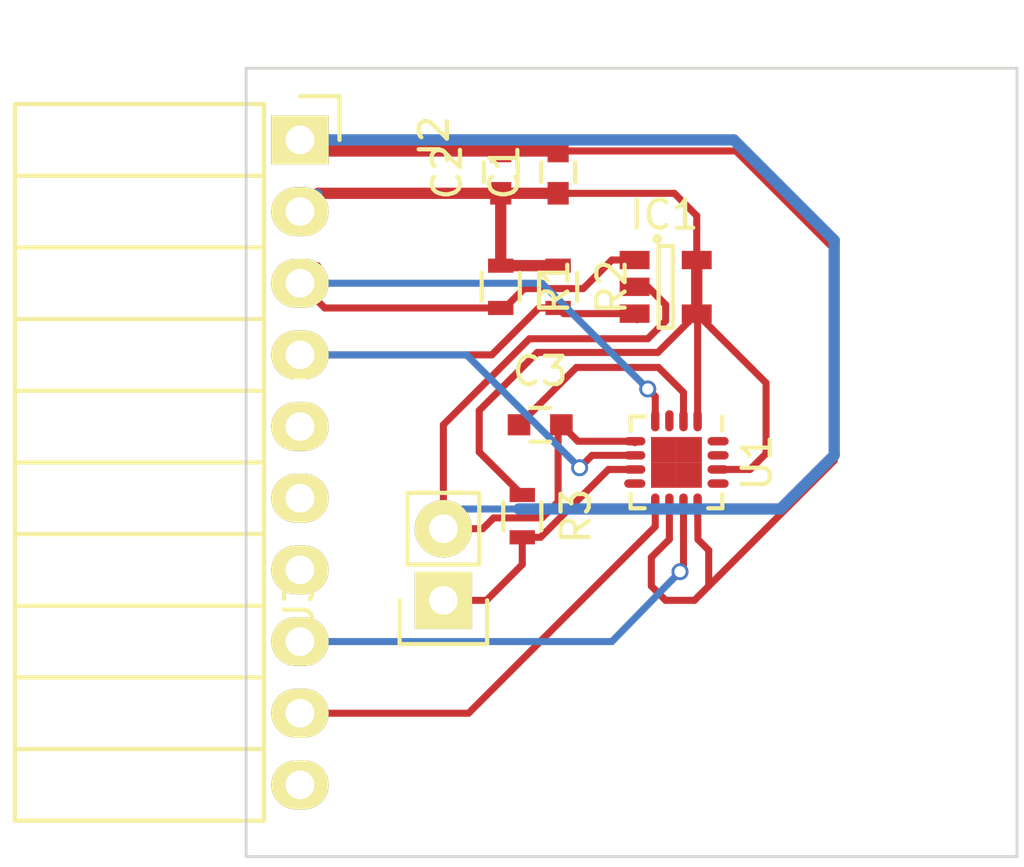
<source format=kicad_pcb>
(kicad_pcb (version 4) (host pcbnew "(2015-04-09 BZR 5589)-product")

  (general
    (links 28)
    (no_connects 0)
    (area 122.504999 90.754999 149.910001 118.795001)
    (thickness 1.6)
    (drawings 4)
    (tracks 114)
    (zones 0)
    (modules 10)
    (nets 9)
  )

  (page A4)
  (layers
    (0 F.Cu signal)
    (31 B.Cu signal)
    (32 B.Adhes user)
    (33 F.Adhes user)
    (34 B.Paste user)
    (35 F.Paste user)
    (36 B.SilkS user)
    (37 F.SilkS user)
    (38 B.Mask user)
    (39 F.Mask user)
    (40 Dwgs.User user)
    (41 Cmts.User user)
    (42 Eco1.User user)
    (43 Eco2.User user)
    (44 Edge.Cuts user)
    (45 Margin user)
    (46 B.CrtYd user)
    (47 F.CrtYd user)
    (48 B.Fab user)
    (49 F.Fab user)
  )

  (setup
    (last_trace_width 0.25)
    (user_trace_width 0.25)
    (trace_clearance 0.2)
    (zone_clearance 0.33)
    (zone_45_only no)
    (trace_min 0.2)
    (segment_width 0.2)
    (edge_width 0.1)
    (via_size 0.6)
    (via_drill 0.4)
    (via_min_size 0.4)
    (via_min_drill 0.3)
    (uvia_size 0.3)
    (uvia_drill 0.1)
    (uvias_allowed no)
    (uvia_min_size 0.2)
    (uvia_min_drill 0.1)
    (pcb_text_width 0.3)
    (pcb_text_size 1.5 1.5)
    (mod_edge_width 0.15)
    (mod_text_size 1 1)
    (mod_text_width 0.15)
    (pad_size 1.5 1.5)
    (pad_drill 0.6)
    (pad_to_mask_clearance 0)
    (aux_axis_origin 0 0)
    (grid_origin 139.954 101.0285)
    (visible_elements FFFFFF5F)
    (pcbplotparams
      (layerselection 0x00030_80000001)
      (usegerberextensions false)
      (excludeedgelayer true)
      (linewidth 0.100000)
      (plotframeref false)
      (viasonmask false)
      (mode 1)
      (useauxorigin false)
      (hpglpennumber 1)
      (hpglpenspeed 20)
      (hpglpendiameter 15)
      (hpglpenoverlay 2)
      (psnegative false)
      (psa4output false)
      (plotreference true)
      (plotvalue true)
      (plotinvisibletext false)
      (padsonsilk false)
      (subtractmaskfromsilk false)
      (outputformat 1)
      (mirror false)
      (drillshape 1)
      (scaleselection 1)
      (outputdirectory ""))
  )

  (net 0 "")
  (net 1 VCC)
  (net 2 GND)
  (net 3 "Net-(C3-Pad1)")
  (net 4 SCL)
  (net 5 SDA)
  (net 6 INT1)
  (net 7 INT2)
  (net 8 "Net-(J3-Pad1)")

  (net_class Default "This is the default net class."
    (clearance 0.2)
    (trace_width 0.25)
    (via_dia 0.6)
    (via_drill 0.4)
    (uvia_dia 0.3)
    (uvia_drill 0.1)
    (add_net INT1)
    (add_net INT2)
    (add_net "Net-(C3-Pad1)")
    (add_net "Net-(J3-Pad1)")
    (add_net SCL)
    (add_net SDA)
  )

  (net_class Power ""
    (clearance 0.2)
    (trace_width 0.4)
    (via_dia 0.6)
    (via_drill 0.4)
    (uvia_dia 0.3)
    (uvia_drill 0.1)
    (add_net GND)
    (add_net VCC)
  )

  (module Capacitors_SMD:C_0603 (layer F.Cu) (tedit 5415D631) (tstamp 55981AB2)
    (at 133.604 94.488 90)
    (descr "Capacitor SMD 0603, reflow soldering, AVX (see smccp.pdf)")
    (tags "capacitor 0603")
    (path /55981513)
    (attr smd)
    (fp_text reference C1 (at 0 -1.9 90) (layer F.SilkS)
      (effects (font (size 1 1) (thickness 0.15)))
    )
    (fp_text value 0.1uF (at 0 1.9 90) (layer F.Fab)
      (effects (font (size 1 1) (thickness 0.15)))
    )
    (fp_line (start -1.45 -0.75) (end 1.45 -0.75) (layer F.CrtYd) (width 0.05))
    (fp_line (start -1.45 0.75) (end 1.45 0.75) (layer F.CrtYd) (width 0.05))
    (fp_line (start -1.45 -0.75) (end -1.45 0.75) (layer F.CrtYd) (width 0.05))
    (fp_line (start 1.45 -0.75) (end 1.45 0.75) (layer F.CrtYd) (width 0.05))
    (fp_line (start -0.35 -0.6) (end 0.35 -0.6) (layer F.SilkS) (width 0.15))
    (fp_line (start 0.35 0.6) (end -0.35 0.6) (layer F.SilkS) (width 0.15))
    (pad 1 smd rect (at -0.75 0 90) (size 0.8 0.75) (layers F.Cu F.Paste F.Mask)
      (net 1 VCC))
    (pad 2 smd rect (at 0.75 0 90) (size 0.8 0.75) (layers F.Cu F.Paste F.Mask)
      (net 2 GND))
    (model Capacitors_SMD.3dshapes/C_0603.wrl
      (at (xyz 0 0 0))
      (scale (xyz 1 1 1))
      (rotate (xyz 0 0 0))
    )
  )

  (module Capacitors_SMD:C_0603 (layer F.Cu) (tedit 5415D631) (tstamp 55981AB8)
    (at 131.572 94.488 90)
    (descr "Capacitor SMD 0603, reflow soldering, AVX (see smccp.pdf)")
    (tags "capacitor 0603")
    (path /5598152F)
    (attr smd)
    (fp_text reference C2 (at 0 -1.9 90) (layer F.SilkS)
      (effects (font (size 1 1) (thickness 0.15)))
    )
    (fp_text value 4.7uF (at 0 1.9 90) (layer F.Fab)
      (effects (font (size 1 1) (thickness 0.15)))
    )
    (fp_line (start -1.45 -0.75) (end 1.45 -0.75) (layer F.CrtYd) (width 0.05))
    (fp_line (start -1.45 0.75) (end 1.45 0.75) (layer F.CrtYd) (width 0.05))
    (fp_line (start -1.45 -0.75) (end -1.45 0.75) (layer F.CrtYd) (width 0.05))
    (fp_line (start 1.45 -0.75) (end 1.45 0.75) (layer F.CrtYd) (width 0.05))
    (fp_line (start -0.35 -0.6) (end 0.35 -0.6) (layer F.SilkS) (width 0.15))
    (fp_line (start 0.35 0.6) (end -0.35 0.6) (layer F.SilkS) (width 0.15))
    (pad 1 smd rect (at -0.75 0 90) (size 0.8 0.75) (layers F.Cu F.Paste F.Mask)
      (net 1 VCC))
    (pad 2 smd rect (at 0.75 0 90) (size 0.8 0.75) (layers F.Cu F.Paste F.Mask)
      (net 2 GND))
    (model Capacitors_SMD.3dshapes/C_0603.wrl
      (at (xyz 0 0 0))
      (scale (xyz 1 1 1))
      (rotate (xyz 0 0 0))
    )
  )

  (module Capacitors_SMD:C_0603 (layer F.Cu) (tedit 5415D631) (tstamp 55981ABE)
    (at 132.969 103.4415)
    (descr "Capacitor SMD 0603, reflow soldering, AVX (see smccp.pdf)")
    (tags "capacitor 0603")
    (path /55981815)
    (attr smd)
    (fp_text reference C3 (at 0 -1.9) (layer F.SilkS)
      (effects (font (size 1 1) (thickness 0.15)))
    )
    (fp_text value 0.1uF (at 0 1.9) (layer F.Fab)
      (effects (font (size 1 1) (thickness 0.15)))
    )
    (fp_line (start -1.45 -0.75) (end 1.45 -0.75) (layer F.CrtYd) (width 0.05))
    (fp_line (start -1.45 0.75) (end 1.45 0.75) (layer F.CrtYd) (width 0.05))
    (fp_line (start -1.45 -0.75) (end -1.45 0.75) (layer F.CrtYd) (width 0.05))
    (fp_line (start 1.45 -0.75) (end 1.45 0.75) (layer F.CrtYd) (width 0.05))
    (fp_line (start -0.35 -0.6) (end 0.35 -0.6) (layer F.SilkS) (width 0.15))
    (fp_line (start 0.35 0.6) (end -0.35 0.6) (layer F.SilkS) (width 0.15))
    (pad 1 smd rect (at -0.75 0) (size 0.8 0.75) (layers F.Cu F.Paste F.Mask)
      (net 3 "Net-(C3-Pad1)"))
    (pad 2 smd rect (at 0.75 0) (size 0.8 0.75) (layers F.Cu F.Paste F.Mask)
      (net 2 GND))
    (model Capacitors_SMD.3dshapes/C_0603.wrl
      (at (xyz 0 0 0))
      (scale (xyz 1 1 1))
      (rotate (xyz 0 0 0))
    )
  )

  (module Socket_Strips:Socket_Strip_Angled_1x10 (layer F.Cu) (tedit 0) (tstamp 55981ACC)
    (at 124.46 93.345 270)
    (descr "Through hole socket strip")
    (tags "socket strip")
    (path /5598218A)
    (fp_text reference J2 (at 0 -4.75 270) (layer F.SilkS)
      (effects (font (size 1 1) (thickness 0.15)))
    )
    (fp_text value CONN_01X10 (at 0 -2.75 270) (layer F.Fab)
      (effects (font (size 1 1) (thickness 0.15)))
    )
    (fp_line (start -1.75 -1.5) (end -1.75 10.6) (layer F.CrtYd) (width 0.05))
    (fp_line (start 24.65 -1.5) (end 24.65 10.6) (layer F.CrtYd) (width 0.05))
    (fp_line (start -1.75 -1.5) (end 24.65 -1.5) (layer F.CrtYd) (width 0.05))
    (fp_line (start -1.75 10.6) (end 24.65 10.6) (layer F.CrtYd) (width 0.05))
    (fp_line (start 16.51 10.1) (end 16.51 1.27) (layer F.SilkS) (width 0.15))
    (fp_line (start 13.97 10.1) (end 16.51 10.1) (layer F.SilkS) (width 0.15))
    (fp_line (start 13.97 1.27) (end 16.51 1.27) (layer F.SilkS) (width 0.15))
    (fp_line (start 16.51 1.27) (end 19.05 1.27) (layer F.SilkS) (width 0.15))
    (fp_line (start 16.51 10.1) (end 19.05 10.1) (layer F.SilkS) (width 0.15))
    (fp_line (start 19.05 10.1) (end 19.05 1.27) (layer F.SilkS) (width 0.15))
    (fp_line (start 21.59 10.1) (end 21.59 1.27) (layer F.SilkS) (width 0.15))
    (fp_line (start 19.05 10.1) (end 21.59 10.1) (layer F.SilkS) (width 0.15))
    (fp_line (start 19.05 1.27) (end 21.59 1.27) (layer F.SilkS) (width 0.15))
    (fp_line (start 21.59 1.27) (end 24.13 1.27) (layer F.SilkS) (width 0.15))
    (fp_line (start 21.59 10.1) (end 24.13 10.1) (layer F.SilkS) (width 0.15))
    (fp_line (start 24.13 10.1) (end 24.13 1.27) (layer F.SilkS) (width 0.15))
    (fp_line (start 13.97 10.1) (end 13.97 1.27) (layer F.SilkS) (width 0.15))
    (fp_line (start 11.43 10.1) (end 13.97 10.1) (layer F.SilkS) (width 0.15))
    (fp_line (start 11.43 1.27) (end 13.97 1.27) (layer F.SilkS) (width 0.15))
    (fp_line (start 8.89 1.27) (end 11.43 1.27) (layer F.SilkS) (width 0.15))
    (fp_line (start 8.89 10.1) (end 11.43 10.1) (layer F.SilkS) (width 0.15))
    (fp_line (start 11.43 10.1) (end 11.43 1.27) (layer F.SilkS) (width 0.15))
    (fp_line (start 8.89 10.1) (end 8.89 1.27) (layer F.SilkS) (width 0.15))
    (fp_line (start 6.35 10.1) (end 8.89 10.1) (layer F.SilkS) (width 0.15))
    (fp_line (start 6.35 1.27) (end 8.89 1.27) (layer F.SilkS) (width 0.15))
    (fp_line (start 3.81 1.27) (end 6.35 1.27) (layer F.SilkS) (width 0.15))
    (fp_line (start 3.81 10.1) (end 6.35 10.1) (layer F.SilkS) (width 0.15))
    (fp_line (start 6.35 10.1) (end 6.35 1.27) (layer F.SilkS) (width 0.15))
    (fp_line (start 3.81 10.1) (end 3.81 1.27) (layer F.SilkS) (width 0.15))
    (fp_line (start 1.27 10.1) (end 3.81 10.1) (layer F.SilkS) (width 0.15))
    (fp_line (start 1.27 1.27) (end 1.27 10.1) (layer F.SilkS) (width 0.15))
    (fp_line (start 1.27 1.27) (end 3.81 1.27) (layer F.SilkS) (width 0.15))
    (fp_line (start -1.27 1.27) (end 1.27 1.27) (layer F.SilkS) (width 0.15))
    (fp_line (start 0 -1.4) (end -1.55 -1.4) (layer F.SilkS) (width 0.15))
    (fp_line (start -1.55 -1.4) (end -1.55 0) (layer F.SilkS) (width 0.15))
    (fp_line (start -1.27 1.27) (end -1.27 10.1) (layer F.SilkS) (width 0.15))
    (fp_line (start -1.27 10.1) (end 1.27 10.1) (layer F.SilkS) (width 0.15))
    (fp_line (start 1.27 10.1) (end 1.27 1.27) (layer F.SilkS) (width 0.15))
    (pad 1 thru_hole rect (at 0 0 270) (size 1.7272 2.032) (drill 1.016) (layers *.Cu *.Mask F.SilkS)
      (net 2 GND))
    (pad 2 thru_hole oval (at 2.54 0 270) (size 1.7272 2.032) (drill 1.016) (layers *.Cu *.Mask F.SilkS)
      (net 1 VCC))
    (pad 3 thru_hole oval (at 5.08 0 270) (size 1.7272 2.032) (drill 1.016) (layers *.Cu *.Mask F.SilkS)
      (net 4 SCL))
    (pad 4 thru_hole oval (at 7.62 0 270) (size 1.7272 2.032) (drill 1.016) (layers *.Cu *.Mask F.SilkS)
      (net 5 SDA))
    (pad 5 thru_hole oval (at 10.16 0 270) (size 1.7272 2.032) (drill 1.016) (layers *.Cu *.Mask F.SilkS))
    (pad 6 thru_hole oval (at 12.7 0 270) (size 1.7272 2.032) (drill 1.016) (layers *.Cu *.Mask F.SilkS))
    (pad 7 thru_hole oval (at 15.24 0 270) (size 1.7272 2.032) (drill 1.016) (layers *.Cu *.Mask F.SilkS))
    (pad 8 thru_hole oval (at 17.78 0 270) (size 1.7272 2.032) (drill 1.016) (layers *.Cu *.Mask F.SilkS)
      (net 6 INT1))
    (pad 9 thru_hole oval (at 20.32 0 270) (size 1.7272 2.032) (drill 1.016) (layers *.Cu *.Mask F.SilkS)
      (net 7 INT2))
    (pad 10 thru_hole oval (at 22.86 0 270) (size 1.7272 2.032) (drill 1.016) (layers *.Cu *.Mask F.SilkS))
    (model Socket_Strips.3dshapes/Socket_Strip_Angled_1x10.wrl
      (at (xyz 0.45 0 0))
      (scale (xyz 1 1 1))
      (rotate (xyz 0 0 180))
    )
  )

  (module Socket_Strips:Socket_Strip_Straight_1x02 (layer F.Cu) (tedit 54E9F75E) (tstamp 55981AD2)
    (at 129.54 109.6645 90)
    (descr "Through hole socket strip")
    (tags "socket strip")
    (path /55981B97)
    (fp_text reference J3 (at 0 -5.1 90) (layer F.SilkS)
      (effects (font (size 1 1) (thickness 0.15)))
    )
    (fp_text value CONN_01X02 (at 0 -3.1 90) (layer F.Fab)
      (effects (font (size 1 1) (thickness 0.15)))
    )
    (fp_line (start -1.55 1.55) (end 0 1.55) (layer F.SilkS) (width 0.15))
    (fp_line (start 3.81 1.27) (end 1.27 1.27) (layer F.SilkS) (width 0.15))
    (fp_line (start -1.75 -1.75) (end -1.75 1.75) (layer F.CrtYd) (width 0.05))
    (fp_line (start 4.3 -1.75) (end 4.3 1.75) (layer F.CrtYd) (width 0.05))
    (fp_line (start -1.75 -1.75) (end 4.3 -1.75) (layer F.CrtYd) (width 0.05))
    (fp_line (start -1.75 1.75) (end 4.3 1.75) (layer F.CrtYd) (width 0.05))
    (fp_line (start 1.27 1.27) (end 1.27 -1.27) (layer F.SilkS) (width 0.15))
    (fp_line (start 0 -1.55) (end -1.55 -1.55) (layer F.SilkS) (width 0.15))
    (fp_line (start -1.55 -1.55) (end -1.55 1.55) (layer F.SilkS) (width 0.15))
    (fp_line (start 1.27 -1.27) (end 3.81 -1.27) (layer F.SilkS) (width 0.15))
    (fp_line (start 3.81 -1.27) (end 3.81 1.27) (layer F.SilkS) (width 0.15))
    (pad 1 thru_hole rect (at 0 0 90) (size 2.032 2.032) (drill 1.016) (layers *.Cu *.Mask F.SilkS)
      (net 8 "Net-(J3-Pad1)"))
    (pad 2 thru_hole oval (at 2.54 0 90) (size 2.032 2.032) (drill 1.016) (layers *.Cu *.Mask F.SilkS)
      (net 2 GND))
    (model Socket_Strips.3dshapes/Socket_Strip_Straight_1x02.wrl
      (at (xyz 0.05 0 0))
      (scale (xyz 1 1 1))
      (rotate (xyz 0 0 180))
    )
  )

  (module Resistors_SMD:R_0603 (layer F.Cu) (tedit 5415CC62) (tstamp 55981AD8)
    (at 131.572 98.552 270)
    (descr "Resistor SMD 0603, reflow soldering, Vishay (see dcrcw.pdf)")
    (tags "resistor 0603")
    (path /55981CE4)
    (attr smd)
    (fp_text reference R1 (at 0 -1.9 270) (layer F.SilkS)
      (effects (font (size 1 1) (thickness 0.15)))
    )
    (fp_text value 10K (at 0 1.9 270) (layer F.Fab)
      (effects (font (size 1 1) (thickness 0.15)))
    )
    (fp_line (start -1.3 -0.8) (end 1.3 -0.8) (layer F.CrtYd) (width 0.05))
    (fp_line (start -1.3 0.8) (end 1.3 0.8) (layer F.CrtYd) (width 0.05))
    (fp_line (start -1.3 -0.8) (end -1.3 0.8) (layer F.CrtYd) (width 0.05))
    (fp_line (start 1.3 -0.8) (end 1.3 0.8) (layer F.CrtYd) (width 0.05))
    (fp_line (start 0.5 0.675) (end -0.5 0.675) (layer F.SilkS) (width 0.15))
    (fp_line (start -0.5 -0.675) (end 0.5 -0.675) (layer F.SilkS) (width 0.15))
    (pad 1 smd rect (at -0.75 0 270) (size 0.5 0.9) (layers F.Cu F.Paste F.Mask)
      (net 1 VCC))
    (pad 2 smd rect (at 0.75 0 270) (size 0.5 0.9) (layers F.Cu F.Paste F.Mask)
      (net 4 SCL))
    (model Resistors_SMD.3dshapes/R_0603.wrl
      (at (xyz 0 0 0))
      (scale (xyz 1 1 1))
      (rotate (xyz 0 0 0))
    )
  )

  (module Resistors_SMD:R_0603 (layer F.Cu) (tedit 5415CC62) (tstamp 55981ADE)
    (at 133.604 98.552 270)
    (descr "Resistor SMD 0603, reflow soldering, Vishay (see dcrcw.pdf)")
    (tags "resistor 0603")
    (path /55981C9B)
    (attr smd)
    (fp_text reference R2 (at 0 -1.9 270) (layer F.SilkS)
      (effects (font (size 1 1) (thickness 0.15)))
    )
    (fp_text value 10K (at 0 1.9 270) (layer F.Fab)
      (effects (font (size 1 1) (thickness 0.15)))
    )
    (fp_line (start -1.3 -0.8) (end 1.3 -0.8) (layer F.CrtYd) (width 0.05))
    (fp_line (start -1.3 0.8) (end 1.3 0.8) (layer F.CrtYd) (width 0.05))
    (fp_line (start -1.3 -0.8) (end -1.3 0.8) (layer F.CrtYd) (width 0.05))
    (fp_line (start 1.3 -0.8) (end 1.3 0.8) (layer F.CrtYd) (width 0.05))
    (fp_line (start 0.5 0.675) (end -0.5 0.675) (layer F.SilkS) (width 0.15))
    (fp_line (start -0.5 -0.675) (end 0.5 -0.675) (layer F.SilkS) (width 0.15))
    (pad 1 smd rect (at -0.75 0 270) (size 0.5 0.9) (layers F.Cu F.Paste F.Mask)
      (net 1 VCC))
    (pad 2 smd rect (at 0.75 0 270) (size 0.5 0.9) (layers F.Cu F.Paste F.Mask)
      (net 5 SDA))
    (model Resistors_SMD.3dshapes/R_0603.wrl
      (at (xyz 0 0 0))
      (scale (xyz 1 1 1))
      (rotate (xyz 0 0 0))
    )
  )

  (module Resistors_SMD:R_0603 (layer F.Cu) (tedit 5415CC62) (tstamp 55981AE4)
    (at 132.334 106.68 270)
    (descr "Resistor SMD 0603, reflow soldering, Vishay (see dcrcw.pdf)")
    (tags "resistor 0603")
    (path /55981CBF)
    (attr smd)
    (fp_text reference R3 (at 0 -1.9 270) (layer F.SilkS)
      (effects (font (size 1 1) (thickness 0.15)))
    )
    (fp_text value 10K (at 0 1.9 270) (layer F.Fab)
      (effects (font (size 1 1) (thickness 0.15)))
    )
    (fp_line (start -1.3 -0.8) (end 1.3 -0.8) (layer F.CrtYd) (width 0.05))
    (fp_line (start -1.3 0.8) (end 1.3 0.8) (layer F.CrtYd) (width 0.05))
    (fp_line (start -1.3 -0.8) (end -1.3 0.8) (layer F.CrtYd) (width 0.05))
    (fp_line (start 1.3 -0.8) (end 1.3 0.8) (layer F.CrtYd) (width 0.05))
    (fp_line (start 0.5 0.675) (end -0.5 0.675) (layer F.SilkS) (width 0.15))
    (fp_line (start -0.5 -0.675) (end 0.5 -0.675) (layer F.SilkS) (width 0.15))
    (pad 1 smd rect (at -0.75 0 270) (size 0.5 0.9) (layers F.Cu F.Paste F.Mask)
      (net 1 VCC))
    (pad 2 smd rect (at 0.75 0 270) (size 0.5 0.9) (layers F.Cu F.Paste F.Mask)
      (net 8 "Net-(J3-Pad1)"))
    (model Resistors_SMD.3dshapes/R_0603.wrl
      (at (xyz 0 0 0))
      (scale (xyz 1 1 1))
      (rotate (xyz 0 0 0))
    )
  )

  (module Housings_DFN_QFN:QFN-16-1EP_3x3mm_Pitch0.5mm (layer F.Cu) (tedit 54130A77) (tstamp 55993317)
    (at 137.795 104.775 270)
    (descr "16-Lead Plastic Quad Flat, No Lead Package (NG) - 3x3x0.9 mm Body [QFN]; (see Microchip Packaging Specification 00000049BS.pdf)")
    (tags "QFN 0.5")
    (path /559816FF)
    (attr smd)
    (fp_text reference U1 (at 0 -2.85 270) (layer F.SilkS)
      (effects (font (size 1 1) (thickness 0.15)))
    )
    (fp_text value MMA8452Q (at 0 2.85 270) (layer F.Fab)
      (effects (font (size 1 1) (thickness 0.15)))
    )
    (fp_line (start -2.1 -2.1) (end -2.1 2.1) (layer F.CrtYd) (width 0.05))
    (fp_line (start 2.1 -2.1) (end 2.1 2.1) (layer F.CrtYd) (width 0.05))
    (fp_line (start -2.1 -2.1) (end 2.1 -2.1) (layer F.CrtYd) (width 0.05))
    (fp_line (start -2.1 2.1) (end 2.1 2.1) (layer F.CrtYd) (width 0.05))
    (fp_line (start 1.625 -1.625) (end 1.625 -1.125) (layer F.SilkS) (width 0.15))
    (fp_line (start -1.625 1.625) (end -1.625 1.125) (layer F.SilkS) (width 0.15))
    (fp_line (start 1.625 1.625) (end 1.625 1.125) (layer F.SilkS) (width 0.15))
    (fp_line (start -1.625 -1.625) (end -1.125 -1.625) (layer F.SilkS) (width 0.15))
    (fp_line (start -1.625 1.625) (end -1.125 1.625) (layer F.SilkS) (width 0.15))
    (fp_line (start 1.625 1.625) (end 1.125 1.625) (layer F.SilkS) (width 0.15))
    (fp_line (start 1.625 -1.625) (end 1.125 -1.625) (layer F.SilkS) (width 0.15))
    (pad 1 smd oval (at -1.475 -0.75 270) (size 0.75 0.3) (layers F.Cu F.Paste F.Mask)
      (net 1 VCC))
    (pad 2 smd oval (at -1.475 -0.25 270) (size 0.75 0.3) (layers F.Cu F.Paste F.Mask)
      (net 3 "Net-(C3-Pad1)"))
    (pad 3 smd oval (at -1.475 0.25 270) (size 0.75 0.3) (layers F.Cu F.Paste F.Mask))
    (pad 4 smd oval (at -1.475 0.75 270) (size 0.75 0.3) (layers F.Cu F.Paste F.Mask)
      (net 4 SCL))
    (pad 5 smd oval (at -0.75 1.475) (size 0.75 0.3) (layers F.Cu F.Paste F.Mask)
      (net 2 GND))
    (pad 6 smd oval (at -0.25 1.475) (size 0.75 0.3) (layers F.Cu F.Paste F.Mask)
      (net 5 SDA))
    (pad 7 smd oval (at 0.25 1.475) (size 0.75 0.3) (layers F.Cu F.Paste F.Mask)
      (net 8 "Net-(J3-Pad1)"))
    (pad 8 smd oval (at 0.75 1.475) (size 0.75 0.3) (layers F.Cu F.Paste F.Mask))
    (pad 9 smd oval (at 1.475 0.75 270) (size 0.75 0.3) (layers F.Cu F.Paste F.Mask)
      (net 7 INT2))
    (pad 10 smd oval (at 1.475 0.25 270) (size 0.75 0.3) (layers F.Cu F.Paste F.Mask)
      (net 2 GND))
    (pad 11 smd oval (at 1.475 -0.25 270) (size 0.75 0.3) (layers F.Cu F.Paste F.Mask)
      (net 6 INT1))
    (pad 12 smd oval (at 1.475 -0.75 270) (size 0.75 0.3) (layers F.Cu F.Paste F.Mask)
      (net 2 GND))
    (pad 13 smd oval (at 0.75 -1.475) (size 0.75 0.3) (layers F.Cu F.Paste F.Mask))
    (pad 14 smd oval (at 0.25 -1.475) (size 0.75 0.3) (layers F.Cu F.Paste F.Mask)
      (net 1 VCC))
    (pad 15 smd oval (at -0.25 -1.475) (size 0.75 0.3) (layers F.Cu F.Paste F.Mask))
    (pad 16 smd oval (at -0.75 -1.475) (size 0.75 0.3) (layers F.Cu F.Paste F.Mask))
    (pad 17 smd rect (at 0.45 0.45 270) (size 0.9 0.9) (layers F.Cu F.Paste F.Mask)
      (solder_paste_margin_ratio -0.2))
    (pad 17 smd rect (at 0.45 -0.45 270) (size 0.9 0.9) (layers F.Cu F.Paste F.Mask)
      (solder_paste_margin_ratio -0.2))
    (pad 17 smd rect (at -0.45 0.45 270) (size 0.9 0.9) (layers F.Cu F.Paste F.Mask)
      (solder_paste_margin_ratio -0.2))
    (pad 17 smd rect (at -0.45 -0.45 270) (size 0.9 0.9) (layers F.Cu F.Paste F.Mask)
      (solder_paste_margin_ratio -0.2))
    (model Housings_DFN_QFN.3dshapes/QFN-16-1EP_3x3mm_Pitch0.5mm.wrl
      (at (xyz 0 0 0))
      (scale (xyz 1 1 1))
      (rotate (xyz 0 0 0))
    )
  )

  (module Housings_SOT-23_SOT-143_TSOT-6:SOT-23-5 (layer F.Cu) (tedit 55360473) (tstamp 55993C8B)
    (at 137.414 98.552)
    (descr "5-pin SOT23 package")
    (tags SOT-23-5)
    (path /55993BB7)
    (attr smd)
    (fp_text reference IC1 (at -0.05 -2.55) (layer F.SilkS)
      (effects (font (size 1 1) (thickness 0.15)))
    )
    (fp_text value AT24CS01-STUM (at -0.05 2.35) (layer F.Fab)
      (effects (font (size 1 1) (thickness 0.15)))
    )
    (fp_line (start -1.8 -1.6) (end 1.8 -1.6) (layer F.CrtYd) (width 0.05))
    (fp_line (start 1.8 -1.6) (end 1.8 1.6) (layer F.CrtYd) (width 0.05))
    (fp_line (start 1.8 1.6) (end -1.8 1.6) (layer F.CrtYd) (width 0.05))
    (fp_line (start -1.8 1.6) (end -1.8 -1.6) (layer F.CrtYd) (width 0.05))
    (fp_circle (center -0.3 -1.7) (end -0.2 -1.7) (layer F.SilkS) (width 0.15))
    (fp_line (start 0.25 -1.45) (end -0.25 -1.45) (layer F.SilkS) (width 0.15))
    (fp_line (start 0.25 1.45) (end 0.25 -1.45) (layer F.SilkS) (width 0.15))
    (fp_line (start -0.25 1.45) (end 0.25 1.45) (layer F.SilkS) (width 0.15))
    (fp_line (start -0.25 -1.45) (end -0.25 1.45) (layer F.SilkS) (width 0.15))
    (pad 1 smd rect (at -1.1 -0.95) (size 1.06 0.65) (layers F.Cu F.Paste F.Mask)
      (net 4 SCL))
    (pad 2 smd rect (at -1.1 0) (size 1.06 0.65) (layers F.Cu F.Paste F.Mask)
      (net 2 GND))
    (pad 3 smd rect (at -1.1 0.95) (size 1.06 0.65) (layers F.Cu F.Paste F.Mask)
      (net 5 SDA))
    (pad 4 smd rect (at 1.1 0.95) (size 1.06 0.65) (layers F.Cu F.Paste F.Mask)
      (net 1 VCC))
    (pad 5 smd rect (at 1.1 -0.95) (size 1.06 0.65) (layers F.Cu F.Paste F.Mask)
      (net 1 VCC))
    (model Housings_SOT-23_SOT-143_TSOT-6.3dshapes/SOT-23-5.wrl
      (at (xyz 0 0 0))
      (scale (xyz 0.11 0.11 0.11))
      (rotate (xyz 0 0 90))
    )
  )

  (gr_line (start 122.555 118.745) (end 122.555 90.805) (angle 90) (layer Edge.Cuts) (width 0.1))
  (gr_line (start 149.86 118.745) (end 122.555 118.745) (angle 90) (layer Edge.Cuts) (width 0.1))
  (gr_line (start 149.86 90.805) (end 149.86 118.745) (angle 90) (layer Edge.Cuts) (width 0.1))
  (gr_line (start 122.555 90.805) (end 149.86 90.805) (angle 90) (layer Edge.Cuts) (width 0.1))

  (segment (start 130.81 102.9335) (end 130.81 104.406) (width 0.25) (layer F.Cu) (net 1))
  (segment (start 132.334 105.93) (end 131.064 104.66) (width 0.25) (layer F.Cu) (net 1) (tstamp 559A918D))
  (segment (start 132.86475 100.87875) (end 130.81 102.9335) (width 0.25) (layer F.Cu) (net 1) (tstamp 559A9250))
  (segment (start 137.13725 100.87875) (end 138.514 99.502) (width 0.25) (layer F.Cu) (net 1) (tstamp 559A9187))
  (segment (start 137.13725 100.87875) (end 132.86475 100.87875) (width 0.25) (layer F.Cu) (net 1))
  (segment (start 130.81 104.406) (end 131.064 104.66) (width 0.25) (layer F.Cu) (net 1) (tstamp 559A9258))
  (segment (start 139.27 105.025) (end 140.4025 105.025) (width 0.25) (layer F.Cu) (net 1))
  (segment (start 140.97 101.958) (end 138.514 99.502) (width 0.25) (layer F.Cu) (net 1) (tstamp 559A8EDF))
  (segment (start 140.97 104.4575) (end 140.97 101.958) (width 0.25) (layer F.Cu) (net 1) (tstamp 559A8EDC))
  (segment (start 140.4025 105.025) (end 140.97 104.4575) (width 0.25) (layer F.Cu) (net 1) (tstamp 559A8EDA))
  (segment (start 138.545 103.3) (end 138.545 99.533) (width 0.25) (layer F.Cu) (net 1))
  (segment (start 138.545 99.533) (end 138.514 99.502) (width 0.25) (layer F.Cu) (net 1) (tstamp 559A8ED5))
  (segment (start 138.514 97.602) (end 138.514 96.0325) (width 0.25) (layer F.Cu) (net 1))
  (segment (start 138.514 96.0325) (end 137.7195 95.238) (width 0.25) (layer F.Cu) (net 1) (tstamp 559A8D17))
  (segment (start 137.7195 95.238) (end 133.604 95.238) (width 0.25) (layer F.Cu) (net 1) (tstamp 559A8D1A))
  (segment (start 131.572 97.802) (end 131.572 95.238) (width 0.4) (layer F.Cu) (net 1))
  (segment (start 133.604 97.802) (end 131.572 97.802) (width 0.4) (layer F.Cu) (net 1))
  (segment (start 138.514 97.602) (end 138.514 99.502) (width 0.4) (layer F.Cu) (net 1))
  (segment (start 131.572 95.238) (end 125.107 95.238) (width 0.4) (layer F.Cu) (net 1))
  (segment (start 125.107 95.238) (end 124.46 95.885) (width 0.4) (layer F.Cu) (net 1) (tstamp 55995DE7))
  (segment (start 131.572 95.238) (end 133.604 95.238) (width 0.4) (layer F.Cu) (net 1))
  (segment (start 138.43 99.718) (end 138.364 99.652) (width 0.25) (layer F.Cu) (net 1) (tstamp 55995BFC) (status 30))
  (segment (start 125.06325 95.28175) (end 124.46 95.885) (width 0.4) (layer B.Cu) (net 1) (tstamp 55996FEE))
  (segment (start 136.779 100.3935) (end 132.588 100.3935) (width 0.25) (layer F.Cu) (net 2))
  (segment (start 137.414 99.187) (end 137.414 99.7585) (width 0.25) (layer F.Cu) (net 2))
  (segment (start 136.779 98.552) (end 137.414 99.187) (width 0.25) (layer F.Cu) (net 2) (tstamp 55996581))
  (segment (start 137.414 99.7585) (end 136.779 100.3935) (width 0.25) (layer F.Cu) (net 2))
  (segment (start 129.54 103.4415) (end 129.54 107.1245) (width 0.25) (layer F.Cu) (net 2) (tstamp 559A9267))
  (segment (start 132.588 100.3935) (end 129.54 103.4415) (width 0.25) (layer F.Cu) (net 2) (tstamp 559A925F))
  (segment (start 133.604 103.5565) (end 133.604 104.5845) (width 0.25) (layer F.Cu) (net 2))
  (segment (start 133.604 106.1085) (end 133.604 104.5845) (width 0.25) (layer F.Cu) (net 2) (tstamp 559A8C6A))
  (segment (start 133.604 106.1085) (end 133.604 106.170602) (width 0.25) (layer F.Cu) (net 2))
  (segment (start 133.604 106.170602) (end 133.031102 106.7435) (width 0.25) (layer F.Cu) (net 2) (tstamp 559A9085))
  (segment (start 133.031102 106.7435) (end 131.318 106.7435) (width 0.25) (layer F.Cu) (net 2) (tstamp 559A9087))
  (segment (start 131.318 106.7435) (end 130.937 107.1245) (width 0.25) (layer F.Cu) (net 2) (tstamp 559A908C))
  (segment (start 130.937 107.1245) (end 129.54 107.1245) (width 0.25) (layer F.Cu) (net 2) (tstamp 559A908D))
  (segment (start 133.604 103.5565) (end 133.719 103.4415) (width 0.25) (layer F.Cu) (net 2) (tstamp 559A9243))
  (segment (start 136.32 104.025) (end 134.3025 104.025) (width 0.25) (layer F.Cu) (net 2))
  (segment (start 134.3025 104.025) (end 133.719 103.4415) (width 0.25) (layer F.Cu) (net 2) (tstamp 559A9240))
  (segment (start 130.2385 106.426) (end 132.207 106.426) (width 0.25) (layer B.Cu) (net 2))
  (segment (start 132.207 106.426) (end 141.478 106.426) (width 0.4) (layer B.Cu) (net 2) (tstamp 55996FF7))
  (segment (start 141.478 106.426) (end 143.383 104.521) (width 0.4) (layer B.Cu) (net 2) (tstamp 55996FF9))
  (segment (start 143.383 104.521) (end 143.383 96.901) (width 0.4) (layer B.Cu) (net 2) (tstamp 55996FFD))
  (segment (start 143.383 96.901) (end 139.827 93.345) (width 0.4) (layer B.Cu) (net 2) (tstamp 55996FFF))
  (segment (start 139.827 93.345) (end 124.46 93.345) (width 0.4) (layer B.Cu) (net 2) (tstamp 55997001))
  (segment (start 130.2385 106.426) (end 129.54 107.1245) (width 0.25) (layer B.Cu) (net 2) (tstamp 559A90B7))
  (segment (start 129.413 107.1245) (end 129.54 107.1245) (width 0.25) (layer F.Cu) (net 2) (tstamp 559A90A5))
  (segment (start 138.938 109.1565) (end 143.383 104.7115) (width 0.25) (layer F.Cu) (net 2))
  (segment (start 139.9025 93.738) (end 133.604 93.738) (width 0.25) (layer F.Cu) (net 2) (tstamp 559A8E92))
  (segment (start 143.383 97.2185) (end 139.9025 93.738) (width 0.25) (layer F.Cu) (net 2) (tstamp 559A8E88))
  (segment (start 143.383 104.7115) (end 143.383 97.2185) (width 0.25) (layer F.Cu) (net 2) (tstamp 559A8E82))
  (segment (start 136.32 104.074998) (end 136.32 104.025) (width 0.25) (layer F.Cu) (net 2) (tstamp 559A8D8E))
  (segment (start 138.545 106.25) (end 138.557 107.5055) (width 0.25) (layer F.Cu) (net 2))
  (segment (start 138.938 109.1565) (end 138.938 107.8865) (width 0.25) (layer F.Cu) (net 2) (tstamp 5599E729))
  (segment (start 138.557 107.5055) (end 138.938 107.8865) (width 0.25) (layer F.Cu) (net 2) (tstamp 5599E72F))
  (segment (start 137.545 107.5015) (end 136.906 108.1405) (width 0.25) (layer F.Cu) (net 2) (tstamp 5599E722))
  (segment (start 136.906 108.1405) (end 136.906 109.1565) (width 0.25) (layer F.Cu) (net 2) (tstamp 5599E724))
  (segment (start 136.906 109.1565) (end 137.414 109.6645) (width 0.25) (layer F.Cu) (net 2) (tstamp 5599E725))
  (segment (start 137.414 109.6645) (end 138.43 109.6645) (width 0.25) (layer F.Cu) (net 2) (tstamp 5599E727))
  (segment (start 138.43 109.6645) (end 138.938 109.1565) (width 0.25) (layer F.Cu) (net 2) (tstamp 5599E728))
  (segment (start 137.545 107.5015) (end 137.545 106.25) (width 0.25) (layer F.Cu) (net 2))
  (segment (start 124.46 93.345) (end 125.5395 93.345) (width 0.4) (layer B.Cu) (net 2))
  (segment (start 136.779 98.552) (end 136.314 98.552) (width 0.25) (layer F.Cu) (net 2) (tstamp 55996583))
  (segment (start 131.572 93.738) (end 124.853 93.738) (width 0.4) (layer F.Cu) (net 2))
  (segment (start 124.853 93.738) (end 124.46 93.345) (width 0.4) (layer F.Cu) (net 2) (tstamp 55995DE1))
  (segment (start 124.853 93.738) (end 124.46 93.345) (width 0.25) (layer F.Cu) (net 2) (tstamp 55995BE9))
  (segment (start 131.572 93.738) (end 133.604 93.738) (width 0.4) (layer F.Cu) (net 2))
  (segment (start 138.045 103.3) (end 138.045 102.2945) (width 0.25) (layer F.Cu) (net 3))
  (segment (start 134.251 101.4095) (end 132.219 103.4415) (width 0.25) (layer F.Cu) (net 3) (tstamp 559A9248))
  (segment (start 137.16 101.4095) (end 134.251 101.4095) (width 0.25) (layer F.Cu) (net 3) (tstamp 559A9247))
  (segment (start 138.045 102.2945) (end 137.16 101.4095) (width 0.25) (layer F.Cu) (net 3) (tstamp 559A9246))
  (segment (start 137.045 103.3) (end 137.045 102.4375) (width 0.25) (layer F.Cu) (net 4))
  (segment (start 133.0325 98.425) (end 124.46 98.425) (width 0.25) (layer B.Cu) (net 4) (tstamp 559A8D00))
  (segment (start 136.779 102.1715) (end 133.0325 98.425) (width 0.25) (layer B.Cu) (net 4) (tstamp 559A8CFF))
  (via (at 136.779 102.1715) (size 0.6) (layers F.Cu B.Cu) (net 4))
  (segment (start 137.045 102.4375) (end 136.779 102.1715) (width 0.25) (layer F.Cu) (net 4) (tstamp 559A8CFA))
  (segment (start 131.572 99.302) (end 131.711 99.302) (width 0.25) (layer F.Cu) (net 4))
  (segment (start 131.711 99.302) (end 132.3975 98.6155) (width 0.25) (layer F.Cu) (net 4) (tstamp 55996F45))
  (segment (start 135.5065 97.602) (end 136.314 97.602) (width 0.25) (layer F.Cu) (net 4) (tstamp 55996F4E))
  (segment (start 134.493 98.6155) (end 135.5065 97.602) (width 0.25) (layer F.Cu) (net 4) (tstamp 55996F49))
  (segment (start 132.3975 98.6155) (end 134.493 98.6155) (width 0.25) (layer F.Cu) (net 4) (tstamp 55996F46))
  (segment (start 131.572 99.302) (end 125.337 99.302) (width 0.25) (layer F.Cu) (net 4))
  (segment (start 125.337 99.302) (end 124.46 98.425) (width 0.25) (layer F.Cu) (net 4) (tstamp 55996F42))
  (segment (start 136.21 97.602) (end 136.314 97.602) (width 0.25) (layer F.Cu) (net 4) (tstamp 55995DDE))
  (segment (start 125.083 97.802) (end 124.46 98.425) (width 0.25) (layer F.Cu) (net 4) (tstamp 55995DD8))
  (segment (start 133.604 99.302) (end 132.9175 99.302) (width 0.25) (layer F.Cu) (net 5))
  (segment (start 131.2545 100.965) (end 124.46 100.965) (width 0.25) (layer F.Cu) (net 5) (tstamp 559A9289))
  (segment (start 132.9175 99.302) (end 131.2545 100.965) (width 0.25) (layer F.Cu) (net 5) (tstamp 559A927F))
  (segment (start 124.46 100.965) (end 130.3655 100.965) (width 0.25) (layer B.Cu) (net 5))
  (segment (start 130.3655 100.965) (end 134.366 104.9655) (width 0.25) (layer B.Cu) (net 5) (tstamp 559A91E0))
  (segment (start 134.8065 104.525) (end 136.32 104.525) (width 0.25) (layer F.Cu) (net 5))
  (via (at 134.366 104.9655) (size 0.6) (layers F.Cu B.Cu) (net 5))
  (segment (start 134.8065 104.525) (end 134.366 104.9655) (width 0.25) (layer F.Cu) (net 5) (tstamp 559A91BF))
  (segment (start 133.604 99.302) (end 133.356498 99.302) (width 0.25) (layer F.Cu) (net 5))
  (segment (start 133.604 99.302) (end 133.2985 99.302) (width 0.25) (layer F.Cu) (net 5))
  (segment (start 136.314 99.502) (end 133.804 99.502) (width 0.25) (layer F.Cu) (net 5))
  (segment (start 133.804 99.502) (end 133.604 99.302) (width 0.25) (layer F.Cu) (net 5) (tstamp 55995DCC))
  (segment (start 136.314 99.502) (end 135.956 99.502) (width 0.25) (layer F.Cu) (net 5))
  (segment (start 136.398 99.718) (end 136.464 99.652) (width 0.25) (layer F.Cu) (net 5) (tstamp 55995BF9) (status 30))
  (segment (start 138.045 106.25) (end 138.045 108.5255) (width 0.25) (layer F.Cu) (net 6))
  (segment (start 135.509 111.125) (end 137.922 108.6485) (width 0.25) (layer B.Cu) (net 6) (tstamp 55996E87))
  (via (at 137.922 108.6485) (size 0.6) (layers F.Cu B.Cu) (net 6))
  (segment (start 135.509 111.125) (end 124.46 111.125) (width 0.25) (layer B.Cu) (net 6))
  (segment (start 138.045 108.5255) (end 137.922 108.6485) (width 0.25) (layer F.Cu) (net 6) (tstamp 5599E71F))
  (segment (start 137.045 107.049) (end 130.429 113.665) (width 0.25) (layer F.Cu) (net 7))
  (segment (start 137.045 106.25) (end 137.045 107.049) (width 0.25) (layer F.Cu) (net 7))
  (segment (start 130.429 113.665) (end 124.46 113.665) (width 0.25) (layer F.Cu) (net 7) (tstamp 55996D9F))
  (segment (start 129.54 109.6645) (end 131.064 109.6645) (width 0.25) (layer F.Cu) (net 8))
  (segment (start 132.334 108.3945) (end 132.334 107.43) (width 0.25) (layer F.Cu) (net 8) (tstamp 559A90AE))
  (segment (start 131.064 109.6645) (end 132.334 108.3945) (width 0.25) (layer F.Cu) (net 8) (tstamp 559A90AB))
  (segment (start 136.32 105.025) (end 135.386 105.025) (width 0.25) (layer F.Cu) (net 8))
  (segment (start 132.981 107.43) (end 132.334 107.43) (width 0.25) (layer F.Cu) (net 8) (tstamp 55996DBD))
  (segment (start 135.386 105.025) (end 132.981 107.43) (width 0.25) (layer F.Cu) (net 8) (tstamp 55996DB9))
  (segment (start 132.322 107.442) (end 132.334 107.43) (width 0.25) (layer F.Cu) (net 8) (tstamp 55996DB1))

  (zone (net 2) (net_name GND) (layer B.Cu) (tstamp 5599607E) (hatch edge 0.508)
    (connect_pads (clearance 0.33))
    (min_thickness 0.254)
    (fill yes (arc_segments 16) (thermal_gap 0.508) (thermal_bridge_width 0.508))
    (polygon
      (pts
        (xy 150.114 119.126) (xy 122.428 119.126) (xy 122.428 90.678) (xy 150.114 90.678)
      )
    )
  )
  (zone (net 2) (net_name GND) (layer F.Cu) (tstamp 559960A4) (hatch edge 0.508)
    (connect_pads (clearance 0.33))
    (min_thickness 0.254)
    (fill yes (arc_segments 16) (thermal_gap 0.508) (thermal_bridge_width 0.508))
    (polygon
      (pts
        (xy 150.114 119.126) (xy 122.428 119.126) (xy 122.428 90.678) (xy 150.114 90.678)
      )
    )
  )
)

</source>
